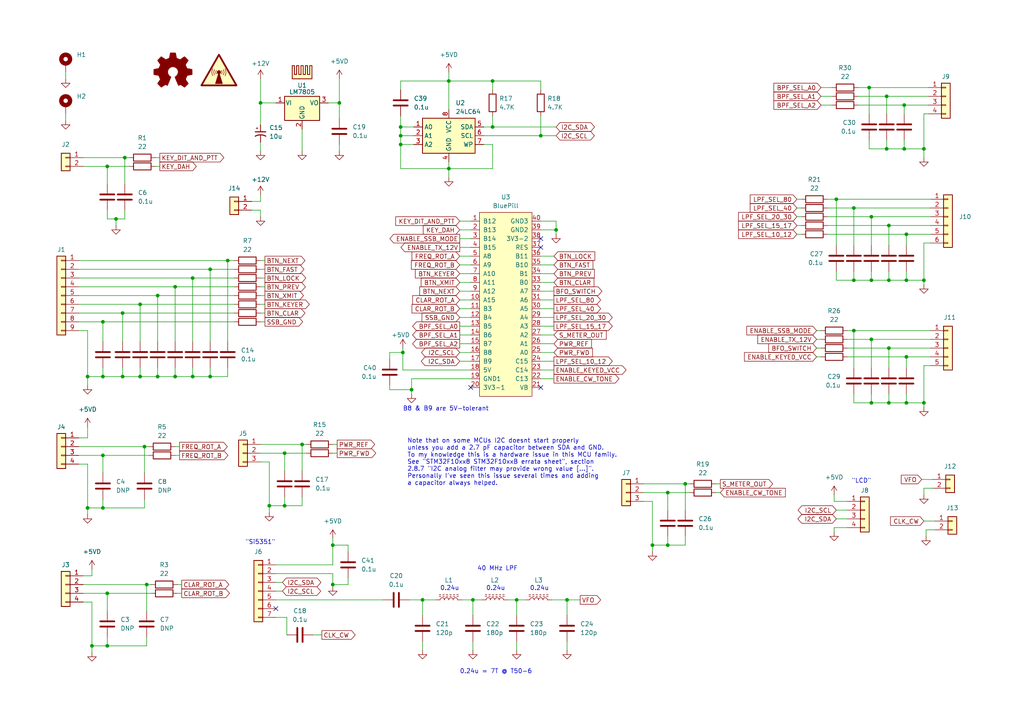
<source format=kicad_sch>
(kicad_sch (version 20230121) (generator eeschema)
  (paper "A4")
  (title_block (title "HBR/MK2 Digital Board") (date "2024-04-27") (rev "1.1"))
  (junction (at 60.96 78.105))
  (junction (at 40.64 109.22))
  (junction (at 137.16 173.99))
  (junction (at 257.81 81.28))
  (junction (at 82.55 146.685))
  (junction (at 262.255 30.48))
  (junction (at 87.63 128.905))
  (junction (at 55.88 80.645))
  (junction (at 267.97 81.28))
  (junction (at 156.845 39.37))
  (junction (at 29.845 109.22))
  (junction (at 116.205 41.91))
  (junction (at 161.29 66.675))
  (junction (at 189.23 158.115))
  (junction (at 35.56 109.22))
  (junction (at 142.875 36.83))
  (junction (at 130.175 23.495))
  (junction (at 247.65 60.325))
  (junction (at 40.64 88.265))
  (junction (at 96.52 158.115))
  (junction (at 252.73 62.865))
  (junction (at 116.84 102.235))
  (junction (at 98.425 29.845))
  (junction (at 198.755 140.335))
  (junction (at 247.65 95.885))
  (junction (at 50.8 83.185))
  (junction (at 25.4 147.32))
  (junction (at 142.875 23.495))
  (junction (at 247.65 81.28))
  (junction (at 267.97 43.18))
  (junction (at 31.115 187.325))
  (junction (at 29.845 93.345))
  (junction (at 50.8 109.22))
  (junction (at 119.38 113.03))
  (junction (at 41.91 129.54))
  (junction (at 29.845 147.32))
  (junction (at 252.73 81.28))
  (junction (at 116.205 36.83))
  (junction (at 82.55 131.445))
  (junction (at 36.195 45.72))
  (junction (at 257.175 43.18))
  (junction (at 45.72 85.725))
  (junction (at 242.57 57.785))
  (junction (at 60.96 109.22))
  (junction (at 26.67 187.325))
  (junction (at 262.89 67.945))
  (junction (at 262.89 81.28))
  (junction (at 252.095 25.4))
  (junction (at 33.655 63.5))
  (junction (at 262.89 103.505))
  (junction (at 78.105 146.685))
  (junction (at 31.115 48.26))
  (junction (at 262.255 43.18))
  (junction (at 130.175 48.895))
  (junction (at 116.205 39.37))
  (junction (at 31.115 172.085))
  (junction (at 193.675 142.875))
  (junction (at 29.845 132.08))
  (junction (at 257.81 116.84))
  (junction (at 267.97 116.84))
  (junction (at 122.555 173.99))
  (junction (at 75.565 29.845))
  (junction (at 164.465 173.99))
  (junction (at 193.675 158.115))
  (junction (at 262.89 116.84))
  (junction (at 257.175 27.94))
  (junction (at 42.545 169.545))
  (junction (at 25.4 109.22))
  (junction (at 96.52 169.545))
  (junction (at 252.73 98.425))
  (junction (at 252.73 116.84))
  (junction (at 149.86 173.99))
  (junction (at 55.88 109.22))
  (junction (at 66.04 75.565))
  (junction (at 257.81 65.405))
  (junction (at 35.56 90.805))
  (junction (at 257.81 100.965))
  (junction (at 45.72 109.22))
  (no_connect (at 156.845 71.755))
  (no_connect (at 156.845 69.215))
  (no_connect (at 136.525 112.395))
  (no_connect (at 80.01 176.53))
  (no_connect (at 156.845 112.395))
  (wire (pts (xy 29.845 106.68) (xy 29.845 109.22)))
  (wire (pts (xy 50.8 106.68) (xy 50.8 109.22)))
  (wire (pts (xy 186.69 140.335) (xy 198.755 140.335)))
  (wire (pts (xy 75.565 85.725) (xy 76.835 85.725)))
  (wire (pts (xy 207.645 140.335) (xy 208.915 140.335)))
  (wire (pts (xy 29.845 93.345) (xy 67.945 93.345)))
  (wire (pts (xy 247.65 78.74) (xy 247.65 81.28)))
  (wire (pts (xy 45.72 85.725) (xy 67.945 85.725)))
  (wire (pts (xy 19.05 20.955) (xy 19.05 22.86)))
  (wire (pts (xy 31.115 172.085) (xy 31.115 177.165)))
  (wire (pts (xy 51.435 169.545) (xy 52.705 169.545)))
  (wire (pts (xy 133.35 81.915) (xy 136.525 81.915)))
  (wire (pts (xy 198.755 140.335) (xy 198.755 147.955)))
  (wire (pts (xy 232.41 65.405) (xy 231.14 65.405)))
  (wire (pts (xy 238.125 25.4) (xy 241.3 25.4)))
  (wire (pts (xy 122.555 173.99) (xy 122.555 178.435)))
  (wire (pts (xy 198.755 155.575) (xy 198.755 158.115)))
  (wire (pts (xy 29.845 132.08) (xy 29.845 137.16)))
  (wire (pts (xy 156.845 104.775) (xy 160.655 104.775)))
  (wire (pts (xy 116.205 41.91) (xy 120.015 41.91)))
  (wire (pts (xy 142.875 23.495) (xy 156.845 23.495)))
  (wire (pts (xy 80.01 171.45) (xy 81.915 171.45)))
  (wire (pts (xy 133.35 84.455) (xy 136.525 84.455)))
  (wire (pts (xy 55.88 80.645) (xy 67.945 80.645)))
  (wire (pts (xy 257.81 100.965) (xy 245.745 100.965)))
  (wire (pts (xy 98.425 29.845) (xy 98.425 34.29)))
  (wire (pts (xy 78.105 146.685) (xy 82.55 146.685)))
  (wire (pts (xy 193.675 142.875) (xy 200.025 142.875)))
  (wire (pts (xy 130.175 23.495) (xy 130.175 31.75)))
  (wire (pts (xy 75.565 56.515) (xy 75.565 58.42)))
  (wire (pts (xy 130.175 48.895) (xy 130.175 51.435)))
  (wire (pts (xy 156.845 99.695) (xy 160.655 99.695)))
  (wire (pts (xy 137.16 173.99) (xy 139.7 173.99)))
  (wire (pts (xy 161.29 64.135) (xy 156.845 64.135)))
  (wire (pts (xy 156.845 102.235) (xy 160.655 102.235)))
  (wire (pts (xy 22.86 78.105) (xy 60.96 78.105)))
  (wire (pts (xy 22.86 90.805) (xy 35.56 90.805)))
  (wire (pts (xy 130.175 48.895) (xy 116.205 48.895)))
  (wire (pts (xy 252.73 78.74) (xy 252.73 81.28)))
  (wire (pts (xy 238.125 27.94) (xy 241.3 27.94)))
  (wire (pts (xy 25.4 127) (xy 25.4 123.825)))
  (wire (pts (xy 31.115 48.26) (xy 37.465 48.26)))
  (wire (pts (xy 252.73 62.865) (xy 252.73 71.12)))
  (wire (pts (xy 262.89 67.945) (xy 269.875 67.945)))
  (wire (pts (xy 262.89 116.84) (xy 257.81 116.84)))
  (wire (pts (xy 262.255 30.48) (xy 248.92 30.48)))
  (wire (pts (xy 40.64 109.22) (xy 45.72 109.22)))
  (wire (pts (xy 22.86 129.54) (xy 41.91 129.54)))
  (wire (pts (xy 257.175 40.64) (xy 257.175 43.18)))
  (wire (pts (xy 245.745 147.955) (xy 242.57 147.955)))
  (wire (pts (xy 75.565 88.265) (xy 76.835 88.265)))
  (wire (pts (xy 25.4 134.62) (xy 22.86 134.62)))
  (wire (pts (xy 156.845 109.855) (xy 160.655 109.855)))
  (wire (pts (xy 33.655 65.405) (xy 33.655 63.5)))
  (wire (pts (xy 87.63 144.145) (xy 87.63 146.685)))
  (wire (pts (xy 133.35 64.135) (xy 136.525 64.135)))
  (wire (pts (xy 262.255 30.48) (xy 269.24 30.48)))
  (wire (pts (xy 78.105 148.59) (xy 78.105 146.685)))
  (wire (pts (xy 22.86 127) (xy 25.4 127)))
  (wire (pts (xy 122.555 186.055) (xy 122.555 188.595)))
  (wire (pts (xy 22.86 132.08) (xy 29.845 132.08)))
  (wire (pts (xy 247.65 95.885) (xy 245.745 95.885)))
  (wire (pts (xy 50.8 83.185) (xy 50.8 99.06)))
  (wire (pts (xy 26.67 174.625) (xy 24.13 174.625)))
  (wire (pts (xy 262.89 81.28) (xy 267.97 81.28)))
  (wire (pts (xy 267.97 82.55) (xy 267.97 81.28)))
  (wire (pts (xy 42.545 184.785) (xy 42.545 187.325)))
  (wire (pts (xy 75.565 131.445) (xy 82.55 131.445)))
  (wire (pts (xy 25.4 95.885) (xy 25.4 109.22)))
  (wire (pts (xy 75.565 29.845) (xy 80.01 29.845)))
  (wire (pts (xy 119.38 109.855) (xy 136.525 109.855)))
  (wire (pts (xy 137.16 186.055) (xy 137.16 188.595)))
  (wire (pts (xy 156.845 81.915) (xy 160.655 81.915)))
  (wire (pts (xy 232.41 57.785) (xy 231.14 57.785)))
  (wire (pts (xy 66.04 109.22) (xy 66.04 106.68)))
  (wire (pts (xy 247.65 95.885) (xy 247.65 106.68)))
  (wire (pts (xy 267.97 45.72) (xy 267.97 43.18)))
  (wire (pts (xy 75.565 41.275) (xy 75.565 43.815)))
  (wire (pts (xy 186.69 142.875) (xy 193.675 142.875)))
  (wire (pts (xy 55.88 109.22) (xy 60.96 109.22)))
  (wire (pts (xy 82.55 146.685) (xy 87.63 146.685)))
  (wire (pts (xy 96.52 166.37) (xy 80.01 166.37)))
  (wire (pts (xy 262.89 67.945) (xy 240.03 67.945)))
  (wire (pts (xy 156.845 79.375) (xy 160.655 79.375)))
  (wire (pts (xy 55.88 80.645) (xy 55.88 99.06)))
  (wire (pts (xy 267.97 143.51) (xy 267.97 141.605)))
  (wire (pts (xy 133.35 76.835) (xy 136.525 76.835)))
  (wire (pts (xy 133.35 71.755) (xy 136.525 71.755)))
  (wire (pts (xy 25.4 147.32) (xy 25.4 134.62)))
  (wire (pts (xy 262.89 81.28) (xy 257.81 81.28)))
  (wire (pts (xy 36.195 60.96) (xy 36.195 63.5)))
  (wire (pts (xy 142.875 41.91) (xy 140.335 41.91)))
  (wire (pts (xy 24.13 172.085) (xy 31.115 172.085)))
  (wire (pts (xy 40.64 88.265) (xy 40.64 99.06)))
  (wire (pts (xy 36.195 45.72) (xy 36.195 53.34)))
  (wire (pts (xy 267.97 81.28) (xy 267.97 70.485)))
  (wire (pts (xy 116.84 102.235) (xy 116.84 107.315)))
  (wire (pts (xy 262.89 78.74) (xy 262.89 81.28)))
  (wire (pts (xy 116.84 100.965) (xy 116.84 102.235)))
  (wire (pts (xy 130.175 48.895) (xy 142.875 48.895)))
  (wire (pts (xy 262.89 67.945) (xy 262.89 71.12)))
  (wire (pts (xy 26.67 187.325) (xy 31.115 187.325)))
  (wire (pts (xy 267.97 116.84) (xy 267.97 106.045)))
  (wire (pts (xy 116.205 39.37) (xy 116.205 36.83)))
  (wire (pts (xy 41.91 129.54) (xy 43.18 129.54)))
  (wire (pts (xy 149.86 173.99) (xy 152.4 173.99)))
  (wire (pts (xy 42.545 169.545) (xy 42.545 177.165)))
  (wire (pts (xy 100.965 158.115) (xy 96.52 158.115)))
  (wire (pts (xy 149.86 173.99) (xy 149.86 178.435)))
  (wire (pts (xy 98.425 29.845) (xy 98.425 22.86)))
  (wire (pts (xy 19.05 33.02) (xy 19.05 34.925)))
  (wire (pts (xy 22.86 95.885) (xy 25.4 95.885)))
  (wire (pts (xy 80.01 168.91) (xy 81.915 168.91)))
  (wire (pts (xy 247.65 114.3) (xy 247.65 116.84)))
  (wire (pts (xy 75.565 80.645) (xy 76.835 80.645)))
  (wire (pts (xy 242.57 78.74) (xy 242.57 81.28)))
  (wire (pts (xy 116.205 41.91) (xy 116.205 39.37)))
  (wire (pts (xy 156.845 74.295) (xy 160.655 74.295)))
  (wire (pts (xy 66.04 75.565) (xy 66.04 99.06)))
  (wire (pts (xy 257.81 81.28) (xy 252.73 81.28)))
  (wire (pts (xy 133.35 69.215) (xy 136.525 69.215)))
  (wire (pts (xy 252.73 98.425) (xy 269.875 98.425)))
  (wire (pts (xy 122.555 173.99) (xy 126.365 173.99)))
  (wire (pts (xy 252.095 40.64) (xy 252.095 43.18)))
  (wire (pts (xy 252.73 116.84) (xy 247.65 116.84)))
  (wire (pts (xy 267.97 43.18) (xy 267.97 33.02)))
  (wire (pts (xy 245.745 150.495) (xy 242.57 150.495)))
  (wire (pts (xy 60.96 106.68) (xy 60.96 109.22)))
  (wire (pts (xy 133.35 74.295) (xy 136.525 74.295)))
  (wire (pts (xy 75.565 90.805) (xy 76.835 90.805)))
  (wire (pts (xy 41.91 129.54) (xy 41.91 137.16)))
  (wire (pts (xy 22.86 88.265) (xy 40.64 88.265)))
  (wire (pts (xy 140.335 39.37) (xy 156.845 39.37)))
  (wire (pts (xy 29.845 93.345) (xy 29.845 99.06)))
  (wire (pts (xy 133.35 104.775) (xy 136.525 104.775)))
  (wire (pts (xy 66.04 75.565) (xy 67.945 75.565)))
  (wire (pts (xy 35.56 90.805) (xy 35.56 99.06)))
  (wire (pts (xy 156.845 39.37) (xy 161.29 39.37)))
  (wire (pts (xy 75.565 22.86) (xy 75.565 29.845)))
  (wire (pts (xy 242.57 57.785) (xy 240.03 57.785)))
  (wire (pts (xy 232.41 67.945) (xy 231.14 67.945)))
  (wire (pts (xy 133.35 102.235) (xy 136.525 102.235)))
  (wire (pts (xy 73.025 58.42) (xy 75.565 58.42)))
  (wire (pts (xy 189.23 158.115) (xy 193.675 158.115)))
  (wire (pts (xy 140.335 36.83) (xy 142.875 36.83)))
  (wire (pts (xy 257.81 114.3) (xy 257.81 116.84)))
  (wire (pts (xy 257.175 43.18) (xy 262.255 43.18)))
  (wire (pts (xy 156.845 33.655) (xy 156.845 39.37)))
  (wire (pts (xy 42.545 169.545) (xy 43.815 169.545)))
  (wire (pts (xy 156.845 97.155) (xy 160.655 97.155)))
  (wire (pts (xy 50.8 83.185) (xy 67.945 83.185)))
  (wire (pts (xy 78.105 146.685) (xy 78.105 133.985)))
  (wire (pts (xy 113.03 111.76) (xy 113.03 113.03)))
  (wire (pts (xy 45.72 106.68) (xy 45.72 109.22)))
  (wire (pts (xy 241.935 145.415) (xy 241.935 143.51)))
  (wire (pts (xy 247.65 60.325) (xy 269.875 60.325)))
  (wire (pts (xy 90.805 184.15) (xy 93.345 184.15)))
  (wire (pts (xy 156.845 66.675) (xy 161.29 66.675)))
  (wire (pts (xy 252.095 25.4) (xy 248.92 25.4)))
  (wire (pts (xy 270.51 139.065) (xy 267.335 139.065)))
  (wire (pts (xy 189.23 160.02) (xy 189.23 158.115)))
  (wire (pts (xy 113.03 104.14) (xy 113.03 102.235)))
  (wire (pts (xy 156.845 23.495) (xy 156.845 26.035)))
  (wire (pts (xy 130.175 20.955) (xy 130.175 23.495)))
  (wire (pts (xy 262.89 103.505) (xy 269.875 103.505)))
  (wire (pts (xy 60.96 78.105) (xy 67.945 78.105)))
  (wire (pts (xy 133.35 94.615) (xy 136.525 94.615)))
  (wire (pts (xy 40.64 106.68) (xy 40.64 109.22)))
  (wire (pts (xy 257.81 100.965) (xy 257.81 106.68)))
  (wire (pts (xy 257.81 116.84) (xy 252.73 116.84)))
  (wire (pts (xy 51.435 172.085) (xy 52.705 172.085)))
  (wire (pts (xy 133.35 97.155) (xy 136.525 97.155)))
  (wire (pts (xy 241.935 154.305) (xy 241.935 153.035)))
  (wire (pts (xy 267.97 70.485) (xy 269.875 70.485)))
  (wire (pts (xy 133.35 92.075) (xy 136.525 92.075)))
  (wire (pts (xy 242.57 57.785) (xy 269.875 57.785)))
  (wire (pts (xy 75.565 78.105) (xy 76.835 78.105)))
  (wire (pts (xy 100.965 160.02) (xy 100.965 158.115)))
  (wire (pts (xy 262.255 40.64) (xy 262.255 43.18)))
  (wire (pts (xy 248.92 27.94) (xy 257.175 27.94)))
  (wire (pts (xy 267.97 118.11) (xy 267.97 116.84)))
  (wire (pts (xy 78.105 133.985) (xy 75.565 133.985)))
  (wire (pts (xy 193.675 142.875) (xy 193.675 147.955)))
  (wire (pts (xy 245.745 145.415) (xy 241.935 145.415)))
  (wire (pts (xy 96.52 158.115) (xy 96.52 156.21)))
  (wire (pts (xy 45.085 48.26) (xy 46.355 48.26)))
  (wire (pts (xy 242.57 57.785) (xy 242.57 71.12)))
  (wire (pts (xy 271.145 151.13) (xy 267.97 151.13)))
  (wire (pts (xy 257.175 43.18) (xy 252.095 43.18)))
  (wire (pts (xy 25.4 147.32) (xy 29.845 147.32)))
  (wire (pts (xy 29.845 132.08) (xy 43.18 132.08)))
  (wire (pts (xy 82.55 131.445) (xy 82.55 136.525)))
  (wire (pts (xy 257.81 65.405) (xy 257.81 71.12)))
  (wire (pts (xy 133.35 89.535) (xy 136.525 89.535)))
  (wire (pts (xy 164.465 186.055) (xy 164.465 188.595)))
  (wire (pts (xy 262.255 30.48) (xy 262.255 33.02)))
  (wire (pts (xy 262.89 114.3) (xy 262.89 116.84)))
  (wire (pts (xy 252.73 62.865) (xy 269.875 62.865)))
  (wire (pts (xy 257.81 65.405) (xy 269.875 65.405)))
  (wire (pts (xy 142.875 26.035) (xy 142.875 23.495)))
  (wire (pts (xy 156.845 86.995) (xy 160.655 86.995)))
  (wire (pts (xy 22.86 80.645) (xy 55.88 80.645)))
  (wire (pts (xy 96.52 163.83) (xy 96.52 158.115)))
  (wire (pts (xy 156.845 107.315) (xy 160.655 107.315)))
  (wire (pts (xy 161.29 66.675) (xy 161.29 64.135)))
  (wire (pts (xy 31.115 48.26) (xy 31.115 53.34)))
  (wire (pts (xy 268.605 155.575) (xy 268.605 153.67)))
  (wire (pts (xy 119.38 113.03) (xy 119.38 114.3)))
  (wire (pts (xy 267.97 33.02) (xy 269.24 33.02)))
  (wire (pts (xy 133.35 66.675) (xy 136.525 66.675)))
  (wire (pts (xy 116.205 39.37) (xy 120.015 39.37)))
  (wire (pts (xy 164.465 173.99) (xy 168.275 173.99)))
  (wire (pts (xy 25.4 109.22) (xy 29.845 109.22)))
  (wire (pts (xy 238.125 30.48) (xy 241.3 30.48)))
  (wire (pts (xy 75.565 29.845) (xy 75.565 36.195)))
  (wire (pts (xy 22.86 83.185) (xy 50.8 83.185)))
  (wire (pts (xy 24.13 169.545) (xy 42.545 169.545)))
  (wire (pts (xy 22.86 75.565) (xy 66.04 75.565)))
  (wire (pts (xy 238.125 98.425) (xy 236.855 98.425)))
  (wire (pts (xy 75.565 93.345) (xy 76.835 93.345)))
  (wire (pts (xy 96.52 128.905) (xy 97.79 128.905)))
  (wire (pts (xy 130.175 46.99) (xy 130.175 48.895)))
  (wire (pts (xy 95.25 29.845) (xy 98.425 29.845)))
  (wire (pts (xy 31.115 184.785) (xy 31.115 187.325)))
  (wire (pts (xy 83.185 179.07) (xy 83.185 184.15)))
  (wire (pts (xy 147.32 173.99) (xy 149.86 173.99)))
  (wire (pts (xy 262.89 103.505) (xy 245.745 103.505)))
  (wire (pts (xy 116.205 36.83) (xy 120.015 36.83)))
  (wire (pts (xy 241.935 153.035) (xy 245.745 153.035)))
  (wire (pts (xy 232.41 62.865) (xy 231.14 62.865)))
  (wire (pts (xy 24.13 167.005) (xy 26.67 167.005)))
  (wire (pts (xy 156.845 89.535) (xy 160.655 89.535)))
  (wire (pts (xy 35.56 90.805) (xy 67.945 90.805)))
  (wire (pts (xy 133.35 99.695) (xy 136.525 99.695)))
  (wire (pts (xy 87.63 37.465) (xy 87.63 43.815)))
  (wire (pts (xy 75.565 83.185) (xy 76.835 83.185)))
  (wire (pts (xy 262.255 43.18) (xy 267.97 43.18)))
  (wire (pts (xy 29.845 144.78) (xy 29.845 147.32)))
  (wire (pts (xy 252.73 98.425) (xy 245.745 98.425)))
  (wire (pts (xy 33.655 63.5) (xy 31.115 63.5)))
  (wire (pts (xy 238.125 100.965) (xy 236.855 100.965)))
  (wire (pts (xy 113.03 113.03) (xy 119.38 113.03)))
  (wire (pts (xy 247.65 95.885) (xy 269.875 95.885)))
  (wire (pts (xy 75.565 128.905) (xy 87.63 128.905)))
  (wire (pts (xy 36.195 45.72) (xy 37.465 45.72)))
  (wire (pts (xy 267.97 106.045) (xy 269.875 106.045)))
  (wire (pts (xy 116.205 33.655) (xy 116.205 36.83)))
  (wire (pts (xy 247.65 60.325) (xy 247.65 71.12)))
  (wire (pts (xy 116.205 48.895) (xy 116.205 41.91)))
  (wire (pts (xy 160.02 173.99) (xy 164.465 173.99)))
  (wire (pts (xy 207.645 142.875) (xy 208.915 142.875)))
  (wire (pts (xy 26.67 187.325) (xy 26.67 174.625)))
  (wire (pts (xy 137.16 173.99) (xy 137.16 178.435)))
  (wire (pts (xy 96.52 169.545) (xy 100.965 169.545)))
  (wire (pts (xy 252.73 114.3) (xy 252.73 116.84)))
  (wire (pts (xy 198.755 140.335) (xy 200.025 140.335)))
  (wire (pts (xy 35.56 109.22) (xy 40.64 109.22)))
  (wire (pts (xy 80.01 173.99) (xy 111.125 173.99)))
  (wire (pts (xy 193.675 158.115) (xy 198.755 158.115)))
  (wire (pts (xy 31.115 187.325) (xy 42.545 187.325)))
  (wire (pts (xy 45.085 45.72) (xy 46.355 45.72)))
  (wire (pts (xy 189.23 145.415) (xy 186.69 145.415)))
  (wire (pts (xy 238.125 103.505) (xy 236.855 103.505)))
  (wire (pts (xy 133.985 173.99) (xy 137.16 173.99)))
  (wire (pts (xy 252.095 25.4) (xy 252.095 33.02)))
  (wire (pts (xy 80.01 179.07) (xy 83.185 179.07)))
  (wire (pts (xy 24.13 48.26) (xy 31.115 48.26)))
  (wire (pts (xy 33.655 63.5) (xy 36.195 63.5)))
  (wire (pts (xy 113.03 102.235) (xy 116.84 102.235)))
  (wire (pts (xy 118.745 173.99) (xy 122.555 173.99)))
  (wire (pts (xy 35.56 106.68) (xy 35.56 109.22)))
  (wire (pts (xy 60.96 109.22) (xy 66.04 109.22)))
  (wire (pts (xy 96.52 131.445) (xy 97.79 131.445)))
  (wire (pts (xy 119.38 109.855) (xy 119.38 113.03)))
  (wire (pts (xy 55.88 106.68) (xy 55.88 109.22)))
  (wire (pts (xy 60.96 78.105) (xy 60.96 99.06)))
  (wire (pts (xy 238.125 95.885) (xy 236.855 95.885)))
  (wire (pts (xy 156.845 94.615) (xy 160.655 94.615)))
  (wire (pts (xy 116.205 23.495) (xy 130.175 23.495)))
  (wire (pts (xy 193.675 155.575) (xy 193.675 158.115)))
  (wire (pts (xy 50.8 109.22) (xy 55.88 109.22)))
  (wire (pts (xy 87.63 128.905) (xy 88.9 128.905)))
  (wire (pts (xy 116.205 26.035) (xy 116.205 23.495)))
  (wire (pts (xy 75.565 75.565) (xy 76.835 75.565)))
  (wire (pts (xy 164.465 173.99) (xy 164.465 178.435)))
  (wire (pts (xy 80.01 163.83) (xy 96.52 163.83)))
  (wire (pts (xy 247.65 60.325) (xy 240.03 60.325)))
  (wire (pts (xy 156.845 76.835) (xy 160.655 76.835)))
  (wire (pts (xy 116.84 107.315) (xy 136.525 107.315)))
  (wire (pts (xy 29.845 109.22) (xy 35.56 109.22)))
  (wire (pts (xy 22.86 93.345) (xy 29.845 93.345)))
  (wire (pts (xy 257.81 78.74) (xy 257.81 81.28)))
  (wire (pts (xy 262.89 103.505) (xy 262.89 106.68)))
  (wire (pts (xy 22.86 85.725) (xy 45.72 85.725)))
  (wire (pts (xy 26.67 189.23) (xy 26.67 187.325)))
  (wire (pts (xy 87.63 128.905) (xy 87.63 136.525)))
  (wire (pts (xy 41.91 144.78) (xy 41.91 147.32)))
  (wire (pts (xy 189.23 158.115) (xy 189.23 145.415)))
  (wire (pts (xy 268.605 153.67) (xy 271.145 153.67)))
  (wire (pts (xy 31.115 60.96) (xy 31.115 63.5)))
  (wire (pts (xy 133.35 79.375) (xy 136.525 79.375)))
  (wire (pts (xy 25.4 149.225) (xy 25.4 147.32)))
  (wire (pts (xy 252.73 81.28) (xy 247.65 81.28)))
  (wire (pts (xy 267.97 141.605) (xy 270.51 141.605)))
  (wire (pts (xy 161.29 67.945) (xy 161.29 66.675)))
  (wire (pts (xy 100.965 169.545) (xy 100.965 167.64)))
  (wire (pts (xy 98.425 41.91) (xy 98.425 43.815)))
  (wire (pts (xy 45.72 109.22) (xy 50.8 109.22)))
  (wire (pts (xy 156.845 92.075) (xy 160.655 92.075)))
  (wire (pts (xy 31.115 172.085) (xy 43.815 172.085)))
  (wire (pts (xy 96.52 170.18) (xy 96.52 169.545)))
  (wire (pts (xy 26.67 167.005) (xy 26.67 165.1)))
  (wire (pts (xy 252.73 98.425) (xy 252.73 106.68)))
  (wire (pts (xy 252.73 62.865) (xy 240.03 62.865)))
  (wire (pts (xy 257.175 27.94) (xy 257.175 33.02)))
  (wire (pts (xy 257.81 65.405) (xy 240.03 65.405)))
  (wire (pts (xy 257.81 100.965) (xy 269.875 100.965)))
  (wire (pts (xy 50.8 132.08) (xy 52.07 132.08)))
  (wire (pts (xy 142.875 33.655) (xy 142.875 36.83)))
  (wire (pts (xy 156.845 84.455) (xy 160.655 84.455)))
  (wire (pts (xy 149.86 186.055) (xy 149.86 188.595)))
  (wire (pts (xy 50.8 129.54) (xy 52.07 129.54)))
  (wire (pts (xy 96.52 169.545) (xy 96.52 166.37)))
  (wire (pts (xy 247.65 81.28) (xy 242.57 81.28)))
  (wire (pts (xy 262.89 116.84) (xy 267.97 116.84)))
  (wire (pts (xy 257.175 27.94) (xy 269.24 27.94)))
  (wire (pts (xy 24.13 45.72) (xy 36.195 45.72)))
  (wire (pts (xy 142.875 36.83) (xy 161.29 36.83)))
  (wire (pts (xy 142.875 48.895) (xy 142.875 41.91)))
  (wire (pts (xy 142.875 23.495) (xy 130.175 23.495)))
  (wire (pts (xy 82.55 131.445) (xy 88.9 131.445)))
  (wire (pts (xy 45.72 85.725) (xy 45.72 99.06)))
  (wire (pts (xy 82.55 144.145) (xy 82.55 146.685)))
  (wire (pts (xy 133.35 86.995) (xy 136.525 86.995)))
  (wire (pts (xy 75.565 60.96) (xy 73.025 60.96)))
  (wire (pts (xy 75.565 62.865) (xy 75.565 60.96)))
  (wire (pts (xy 29.845 147.32) (xy 41.91 147.32)))
  (wire (pts (xy 232.41 60.325) (xy 231.14 60.325)))
  (wire (pts (xy 25.4 109.22) (xy 25.4 111.76)))
  (wire (pts (xy 40.64 88.265) (xy 67.945 88.265)))
  (wire (pts (xy 252.095 25.4) (xy 269.24 25.4)))
  (text "0.24u = 7T @ T50-6" (at 133.35 195.58 0) (effects (font (size 1.27 1.27)) (justify left bottom)))
  (text "0.24u" (at 140.97 171.45 0) (effects (font (size 1.27 1.27)) (justify left bottom)))
  (text "40 MHz LPF" (at 138.43 165.735 0) (effects (font (size 1.27 1.27)) (justify left bottom)))
  (text "\"Si5351\"" (at 71.12 158.115 0) (effects (font (size 1.27 1.27)) (justify left bottom)))
  (text "0.24u" (at 153.67 171.45 0) (effects (font (size 1.27 1.27)) (justify left bottom)))
  (text "\"LCD\"" (at 252.73 140.335 0) (effects (font (size 1.27 1.27)) (justify right bottom)))
  (text "B8 & B9 are 5V-tolerant" (at 116.84 119.38 0) (effects (font (size 1.27 1.27)) (justify left bottom)))
  (text "Note that on some MCUs I2C doesnt start properly\nunless you add a 2.7 pF capacitor between SDA and GND.\nTo my knowledge this is a hardware issue in this MCU family.\nSee \"STM32F10xx8 STM32F10xxB errata sheet\", section\n2.8.7 \"I2C analog filter may provide wrong value [...]\".\nPersonally I've seen this issue several times and adding\na capacitor always helped." (at 118.11 140.97 0) (effects (font (size 1.27 1.27)) (justify left bottom)))
  (text "0.24u" (at 127.635 171.45 0) (effects (font (size 1.27 1.27)) (justify left bottom)))
  (global_label "CLAR_ROT_B" (shape output) (at 52.705 172.085 0) (property "Intersheetrefs" "${INTERSHEET_REFS}" (effects hide)))
  (global_label "I2C_SCL" (shape bidirectional) (at 133.35 102.235 180) (property "Intersheetrefs" "${INTERSHEET_REFS}" (effects hide)))
  (global_label "LPF_SEL_80" (shape input) (at 231.14 57.785 180) (property "Intersheetrefs" "${INTERSHEET_REFS}" (effects hide)))
  (global_label "CLK_CW" (shape input) (at 267.97 151.13 180) (property "Intersheetrefs" "${INTERSHEET_REFS}" (effects hide)))
  (global_label "LPF_SEL_10_12" (shape input) (at 231.14 67.945 180) (property "Intersheetrefs" "${INTERSHEET_REFS}" (effects hide)))
  (global_label "BTN_FAST" (shape input) (at 160.655 76.835 0) (property "Intersheetrefs" "${INTERSHEET_REFS}" (effects hide)))
  (global_label "I2C_SCL" (shape bidirectional) (at 161.29 39.37 0) (property "Intersheetrefs" "${INTERSHEET_REFS}" (effects hide)))
  (global_label "CLAR_ROT_A" (shape input) (at 133.35 86.995 180) (property "Intersheetrefs" "${INTERSHEET_REFS}" (effects hide)))
  (global_label "BPF_SEL_A0" (shape input) (at 238.125 25.4 180) (property "Intersheetrefs" "${INTERSHEET_REFS}" (effects hide)))
  (global_label "BPF_SEL_A2" (shape input) (at 238.125 30.48 180) (property "Intersheetrefs" "${INTERSHEET_REFS}" (effects hide)))
  (global_label "BTN_XMIT" (shape input) (at 133.35 81.915 180) (property "Intersheetrefs" "${INTERSHEET_REFS}" (effects hide)))
  (global_label "KEY_DAH" (shape output) (at 46.355 48.26 0) (property "Intersheetrefs" "${INTERSHEET_REFS}" (effects hide)))
  (global_label "ENABLE_CW_TONE" (shape input) (at 208.915 142.875 0) (property "Intersheetrefs" "${INTERSHEET_REFS}" (effects hide)))
  (global_label "S_METER_OUT" (shape output) (at 208.915 140.335 0) (property "Intersheetrefs" "${INTERSHEET_REFS}" (effects hide)))
  (global_label "LPF_SEL_80" (shape output) (at 160.655 86.995 0) (property "Intersheetrefs" "${INTERSHEET_REFS}" (effects hide)))
  (global_label "PWR_FWD" (shape input) (at 160.655 102.235 0) (property "Intersheetrefs" "${INTERSHEET_REFS}" (effects hide)))
  (global_label "BTN_NEXT" (shape input) (at 133.35 84.455 180) (property "Intersheetrefs" "${INTERSHEET_REFS}" (effects hide)))
  (global_label "ENABLE_SSB_MODE" (shape input) (at 236.855 95.885 180) (property "Intersheetrefs" "${INTERSHEET_REFS}" (effects hide)))
  (global_label "LPF_SEL_20_30" (shape output) (at 160.655 92.075 0) (property "Intersheetrefs" "${INTERSHEET_REFS}" (effects hide)))
  (global_label "ENABLE_TX_12V" (shape input) (at 236.855 98.425 180) (property "Intersheetrefs" "${INTERSHEET_REFS}" (effects hide)))
  (global_label "FREQ_ROT_A" (shape input) (at 133.35 74.295 180) (property "Intersheetrefs" "${INTERSHEET_REFS}" (effects hide)))
  (global_label "BPF_SEL_A2" (shape output) (at 133.35 99.695 180) (property "Intersheetrefs" "${INTERSHEET_REFS}" (effects hide)))
  (global_label "LPF_SEL_10_12" (shape output) (at 160.655 104.775 0) (property "Intersheetrefs" "${INTERSHEET_REFS}" (effects hide)))
  (global_label "PWR_REF" (shape output) (at 97.79 128.905 0) (property "Intersheetrefs" "${INTERSHEET_REFS}" (effects hide)))
  (global_label "BPF_SEL_A0" (shape output) (at 133.35 94.615 180) (property "Intersheetrefs" "${INTERSHEET_REFS}" (effects hide)))
  (global_label "I2C_SDA" (shape bidirectional) (at 242.57 150.495 180) (property "Intersheetrefs" "${INTERSHEET_REFS}" (effects hide)))
  (global_label "BFO_SWITCH" (shape input) (at 236.855 100.965 180) (property "Intersheetrefs" "${INTERSHEET_REFS}" (effects hide)))
  (global_label "ENABLE_KEYED_VCC" (shape output) (at 160.655 107.315 0) (property "Intersheetrefs" "${INTERSHEET_REFS}" (effects hide)))
  (global_label "BFO_SWITCH" (shape output) (at 160.655 84.455 0) (property "Intersheetrefs" "${INTERSHEET_REFS}" (effects hide)))
  (global_label "BTN_CLAR" (shape output) (at 76.835 90.805 0) (property "Intersheetrefs" "${INTERSHEET_REFS}" (effects hide)))
  (global_label "BPF_SEL_A1" (shape input) (at 238.125 27.94 180) (property "Intersheetrefs" "${INTERSHEET_REFS}" (effects hide)))
  (global_label "ENABLE_TX_12V" (shape output) (at 133.35 71.755 180) (property "Intersheetrefs" "${INTERSHEET_REFS}" (effects hide)))
  (global_label "ENABLE_SSB_MODE" (shape output) (at 133.35 69.215 180) (property "Intersheetrefs" "${INTERSHEET_REFS}" (effects hide)))
  (global_label "I2C_SDA" (shape bidirectional) (at 81.915 168.91 0) (property "Intersheetrefs" "${INTERSHEET_REFS}" (effects hide)))
  (global_label "I2C_SCL" (shape bidirectional) (at 81.915 171.45 0) (property "Intersheetrefs" "${INTERSHEET_REFS}" (effects hide)))
  (global_label "S_METER_OUT" (shape input) (at 160.655 97.155 0) (property "Intersheetrefs" "${INTERSHEET_REFS}" (effects hide)))
  (global_label "BTN_LOCK" (shape input) (at 160.655 74.295 0) (property "Intersheetrefs" "${INTERSHEET_REFS}" (effects hide)))
  (global_label "BTN_PREV" (shape output) (at 76.835 83.185 0) (property "Intersheetrefs" "${INTERSHEET_REFS}" (effects hide)))
  (global_label "I2C_SDA" (shape bidirectional) (at 133.35 104.775 180) (property "Intersheetrefs" "${INTERSHEET_REFS}" (effects hide)))
  (global_label "FREQ_ROT_B" (shape input) (at 133.35 76.835 180) (property "Intersheetrefs" "${INTERSHEET_REFS}" (effects hide)))
  (global_label "BTN_PREV" (shape input) (at 160.655 79.375 0) (property "Intersheetrefs" "${INTERSHEET_REFS}" (effects hide)))
  (global_label "BTN_KEYER" (shape output) (at 76.835 88.265 0) (property "Intersheetrefs" "${INTERSHEET_REFS}" (effects hide)))
  (global_label "KEY_DIT_AND_PTT" (shape input) (at 133.35 64.135 180) (property "Intersheetrefs" "${INTERSHEET_REFS}" (effects hide)))
  (global_label "SSB_GND" (shape input) (at 133.35 92.075 180) (property "Intersheetrefs" "${INTERSHEET_REFS}" (effects hide)))
  (global_label "BTN_LOCK" (shape output) (at 76.835 80.645 0) (property "Intersheetrefs" "${INTERSHEET_REFS}" (effects hide)))
  (global_label "LPF_SEL_40" (shape output) (at 160.655 89.535 0) (property "Intersheetrefs" "${INTERSHEET_REFS}" (effects hide)))
  (global_label "VFO" (shape output) (at 168.275 173.99 0) (property "Intersheetrefs" "${INTERSHEET_REFS}" (effects hide)))
  (global_label "CLAR_ROT_B" (shape input) (at 133.35 89.535 180) (property "Intersheetrefs" "${INTERSHEET_REFS}" (effects hide)))
  (global_label "BTN_CLAR" (shape input) (at 160.655 81.915 0) (property "Intersheetrefs" "${INTERSHEET_REFS}" (effects hide)))
  (global_label "CLAR_ROT_A" (shape output) (at 52.705 169.545 0) (property "Intersheetrefs" "${INTERSHEET_REFS}" (effects hide)))
  (global_label "SSB_GND" (shape output) (at 76.835 93.345 0) (property "Intersheetrefs" "${INTERSHEET_REFS}" (effects hide)))
  (global_label "BTN_NEXT" (shape output) (at 76.835 75.565 0) (property "Intersheetrefs" "${INTERSHEET_REFS}" (effects hide)))
  (global_label "KEY_DIT_AND_PTT" (shape output) (at 46.355 45.72 0) (property "Intersheetrefs" "${INTERSHEET_REFS}" (effects hide)))
  (global_label "BTN_XMIT" (shape output) (at 76.835 85.725 0) (property "Intersheetrefs" "${INTERSHEET_REFS}" (effects hide)))
  (global_label "LPF_SEL_20_30" (shape input) (at 231.14 62.865 180) (property "Intersheetrefs" "${INTERSHEET_REFS}" (effects hide)))
  (global_label "VFO" (shape input) (at 267.335 139.065 180) (property "Intersheetrefs" "${INTERSHEET_REFS}" (effects hide)))
  (global_label "KEY_DAH" (shape input) (at 133.35 66.675 180) (property "Intersheetrefs" "${INTERSHEET_REFS}" (effects hide)))
  (global_label "PWR_FWD" (shape output) (at 97.79 131.445 0) (property "Intersheetrefs" "${INTERSHEET_REFS}" (effects hide)))
  (global_label "PWR_REF" (shape input) (at 160.655 99.695 0) (property "Intersheetrefs" "${INTERSHEET_REFS}" (effects hide)))
  (global_label "ENABLE_KEYED_VCC" (shape input) (at 236.855 103.505 180) (property "Intersheetrefs" "${INTERSHEET_REFS}" (effects hide)))
  (global_label "LPF_SEL_15_17" (shape input) (at 231.14 65.405 180) (property "Intersheetrefs" "${INTERSHEET_REFS}" (effects hide)))
  (global_label "CLK_CW" (shape output) (at 93.345 184.15 0) (property "Intersheetrefs" "${INTERSHEET_REFS}" (effects hide)))
  (global_label "I2C_SCL" (shape bidirectional) (at 242.57 147.955 180) (property "Intersheetrefs" "${INTERSHEET_REFS}" (effects hide)))
  (global_label "LPF_SEL_15_17" (shape output) (at 160.655 94.615 0) (property "Intersheetrefs" "${INTERSHEET_REFS}" (effects hide)))
  (global_label "BTN_FAST" (shape output) (at 76.835 78.105 0) (property "Intersheetrefs" "${INTERSHEET_REFS}" (effects hide)))
  (global_label "I2C_SDA" (shape bidirectional) (at 161.29 36.83 0) (property "Intersheetrefs" "${INTERSHEET_REFS}" (effects hide)))
  (global_label "BTN_KEYER" (shape input) (at 133.35 79.375 180) (property "Intersheetrefs" "${INTERSHEET_REFS}" (effects hide)))
  (global_label "ENABLE_CW_TONE" (shape output) (at 160.655 109.855 0) (property "Intersheetrefs" "${INTERSHEET_REFS}" (effects hide)))
  (global_label "LPF_SEL_40" (shape input) (at 231.14 60.325 180) (property "Intersheetrefs" "${INTERSHEET_REFS}" (effects hide)))
  (global_label "BPF_SEL_A1" (shape output) (at 133.35 97.155 180) (property "Intersheetrefs" "${INTERSHEET_REFS}" (effects hide)))
  (global_label "FREQ_ROT_B" (shape output) (at 52.07 132.08 0) (property "Intersheetrefs" "${INTERSHEET_REFS}" (effects hide)))
  (global_label "FREQ_ROT_A" (shape output) (at 52.07 129.54 0) (property "Intersheetrefs" "${INTERSHEET_REFS}" (effects hide)))
  (symbol (lib_id "power:+5VD") (at 98.425 22.86 0) (unit 1)
    (property "Reference" "#PWR015" (effects hide))
    (property "Value" "+5VD" (at 98.425 17.78 0))
  )
  (symbol (lib_id "Device:R") (at 41.275 48.26 90) (unit 1)
    (property "Reference" "R2" (effects hide))
    (property "Value" "22" (effects hide))
    (property "Footprint" "Resistor_SMD:R_0805_2012Metric_Pad1.20x1.40mm_HandSolder" (effects hide))
  )
  (symbol (lib_id "power:GND") (at 164.465 188.595 0) (unit 1)
    (property "Reference" "#PWR026" (effects hide))
    (property "Value" "GND" (effects hide))
  )
  (symbol (lib_id "Device:C") (at 252.73 74.93 0) (mirror y) (unit 1)
    (property "Reference" "C31" (effects hide))
    (property "Value" "0.1u" (effects hide))
    (property "Footprint" "Capacitor_SMD:C_0805_2012Metric_Pad1.18x1.45mm_HandSolder" (effects hide))
  )
  (symbol (lib_id "power:GND") (at 98.425 43.815 0) (unit 1)
    (property "Reference" "#PWR016" (effects hide))
    (property "Value" "GND" (effects hide))
  )
  (symbol (lib_id "power:+5VD") (at 116.84 100.965 0) (unit 1)
    (property "Reference" "#PWR020" (effects hide))
    (property "Value" "+5VD" (at 116.205 97.155 0))
  )
  (symbol (lib_id "Device:R") (at 46.99 132.08 90) (unit 1)
    (property "Reference" "R6" (effects hide))
    (property "Value" "22" (effects hide))
    (property "Footprint" "Resistor_SMD:R_0805_2012Metric_Pad1.20x1.40mm_HandSolder" (effects hide))
  )
  (symbol (lib_id "Device:R") (at 71.755 85.725 90) (unit 1)
    (property "Reference" "R11" (effects hide))
    (property "Value" "22" (effects hide))
    (property "Footprint" "Resistor_SMD:R_0805_2012Metric_Pad1.20x1.40mm_HandSolder" (effects hide))
  )
  (symbol (lib_id "Connector_Generic:Conn_01x09") (at 17.78 85.725 0) (mirror y) (unit 1) (in_bom no)
    (property "Reference" "J1" (at 17.78 72.39 0))
    (property "Value" "Conn_01x09" (effects hide))
    (property "Footprint" "Connector_PinHeader_2.54mm:PinHeader_1x09_P2.54mm_Vertical" (effects hide))
  )
  (symbol (lib_id "Device:C") (at 31.115 180.975 0) (unit 1) (in_bom no)
    (property "Reference" "C3" (at 34.925 179.705 0) (effects (justify left)))
    (property "Value" "DNP" (at 34.925 182.245 0) (effects (justify left)))
    (property "Footprint" "Capacitor_SMD:C_0805_2012Metric_Pad1.18x1.45mm_HandSolder" (effects hide))
  )
  (symbol (lib_id "power:GND") (at 267.97 45.72 0) (unit 1)
    (property "Reference" "#PWR031" (effects hide))
    (property "Value" "GND" (effects hide))
  )
  (symbol (lib_id "Device:R") (at 236.22 65.405 270) (mirror x) (unit 1)
    (property "Reference" "R24" (effects hide))
    (property "Value" "22" (effects hide))
    (property "Footprint" "Resistor_SMD:R_0805_2012Metric_Pad1.20x1.40mm_HandSolder" (effects hide))
  )
  (symbol (lib_id "power:GND") (at 119.38 114.3 0) (unit 1)
    (property "Reference" "#PWR021" (effects hide))
    (property "Value" "GND" (effects hide))
  )
  (symbol (lib_id "Device:C") (at 149.86 182.245 0) (unit 1)
    (property "Reference" "C23" (at 153.67 180.975 0) (effects (justify left)))
    (property "Value" "180p" (at 153.67 183.515 0) (effects (justify left)))
    (property "Footprint" "Capacitor_SMD:C_0805_2012Metric_Pad1.18x1.45mm_HandSolder" (effects hide))
  )
  (symbol (lib_id "Device:C") (at 36.195 57.15 0) (unit 1)
    (property "Reference" "C6" (at 40.005 55.88 0) (effects (justify left)))
    (property "Value" "0.1u" (at 40.005 58.42 0) (effects (justify left)))
    (property "Footprint" "Capacitor_SMD:C_0805_2012Metric_Pad1.18x1.45mm_HandSolder" (effects hide))
  )
  (symbol (lib_id "Device:R") (at 71.755 83.185 90) (unit 1)
    (property "Reference" "R10" (effects hide))
    (property "Value" "22" (effects hide))
    (property "Footprint" "Resistor_SMD:R_0805_2012Metric_Pad1.20x1.40mm_HandSolder" (effects hide))
  )
  (symbol (lib_id "Regulator_Linear:LM7805_TO220") (at 87.63 29.845 0) (unit 1)
    (property "Reference" "U1" (at 87.63 24.765 0))
    (property "Value" "LM7805" (at 87.63 26.67 0))
    (property "Footprint" "Package_TO_SOT_THT:TO-220-3_Vertical" (effects hide))
    (property "Datasheet" "https://www.onsemi.cn/PowerSolutions/document/MC7800-D.PDF" (effects hide))
  )
  (symbol (lib_id "power:+5VD") (at 130.175 20.955 0) (unit 1)
    (property "Reference" "#PWR023" (effects hide))
    (property "Value" "+5VD" (at 130.175 15.875 0))
  )
  (symbol (lib_id "Device:C") (at 66.04 102.87 0) (unit 1)
    (property "Reference" "C14" (at 69.85 101.6 0) (effects (justify left)))
    (property "Value" "0.1u" (at 69.85 104.14 0) (effects (justify left)))
    (property "Footprint" "Capacitor_SMD:C_0805_2012Metric_Pad1.18x1.45mm_HandSolder" (effects hide))
  )
  (symbol (lib_id "power:GND") (at 26.67 189.23 0) (unit 1)
    (property "Reference" "#PWR06" (effects hide))
    (property "Value" "GND" (effects hide))
  )
  (symbol (lib_id "Device:C") (at 87.63 140.335 0) (unit 1)
    (property "Reference" "C17" (at 91.44 139.065 0) (effects (justify left)))
    (property "Value" "0.1u" (at 91.44 141.605 0) (effects (justify left)))
    (property "Footprint" "Capacitor_SMD:C_0805_2012Metric_Pad1.18x1.45mm_HandSolder" (effects hide))
  )
  (symbol (lib_id "power:+5VD") (at 25.4 123.825 0) (unit 1)
    (property "Reference" "#PWR07" (effects hide))
    (property "Value" "+5VD" (at 25.4 118.745 0))
  )
  (symbol (lib_id "power:GND") (at 161.29 67.945 0) (unit 1)
    (property "Reference" "#PWR027" (effects hide))
    (property "Value" "GND" (effects hide))
  )
  (symbol (lib_id "power:+12V") (at 75.565 56.515 0) (unit 1)
    (property "Reference" "#PWR037" (effects hide))
    (property "Value" "+12V" (at 75.565 52.07 0))
  )
  (symbol (lib_id "power:GND") (at 137.16 188.595 0) (unit 1)
    (property "Reference" "#PWR022" (effects hide))
    (property "Value" "GND" (effects hide))
  )
  (symbol (lib_id "Device:C") (at 55.88 102.87 0) (unit 1)
    (property "Reference" "C12" (effects hide))
    (property "Value" "0.1u" (effects hide))
    (property "Footprint" "Capacitor_SMD:C_0805_2012Metric_Pad1.18x1.45mm_HandSolder" (effects hide))
  )
  (symbol (lib_id "power:GND") (at 267.97 118.11 0) (unit 1)
    (property "Reference" "#PWR033" (effects hide))
    (property "Value" "GND" (effects hide))
  )
  (symbol (lib_id "Device:R") (at 156.845 29.845 0) (unit 1)
    (property "Reference" "R18" (at 158.75 28.575 0) (effects (justify left)))
    (property "Value" "4.7K" (at 158.75 31.115 0) (effects (justify left)))
    (property "Footprint" "Resistor_SMD:R_0805_2012Metric_Pad1.20x1.40mm_HandSolder" (effects hide))
  )
  (symbol (lib_id "Mechanical:MountingHole_Pad") (at 19.05 18.415 0) (unit 1) (in_bom no)
    (property "Reference" "H1" (at 22.225 15.875 0) (effects (justify left)))
    (property "Value" "MountingHole_Pad" (effects hide))
    (property "Footprint" "MountingHole:MountingHole_3.5mm_Pad_Via" (effects hide))
  )
  (symbol (lib_id "power:GND") (at 75.565 62.865 0) (unit 1)
    (property "Reference" "#PWR036" (effects hide))
    (property "Value" "GND" (effects hide))
  )
  (symbol (lib_id "Device:C") (at 164.465 182.245 0) (unit 1)
    (property "Reference" "C24" (at 168.275 180.975 0) (effects (justify left)))
    (property "Value" "120p" (at 168.275 183.515 0) (effects (justify left)))
    (property "Footprint" "Capacitor_SMD:C_0805_2012Metric_Pad1.18x1.45mm_HandSolder" (effects hide))
  )
  (symbol (lib_id "Device:C") (at 98.425 38.1 0) (unit 1)
    (property "Reference" "C19" (at 102.235 36.83 0) (effects (justify left)))
    (property "Value" "0.1u" (at 102.235 39.37 0) (effects (justify left)))
    (property "Footprint" "Capacitor_SMD:C_0805_2012Metric_Pad1.18x1.45mm_HandSolder" (effects hide))
  )
  (symbol (lib_id "Memory_EEPROM:24LC64") (at 130.175 39.37 0) (unit 1)
    (property "Reference" "U2" (at 132.1309 29.845 0) (effects (justify left)))
    (property "Value" "24LC64" (at 132.1309 32.385 0) (effects (justify left)))
    (property "Footprint" "Package_SO:SO-8_5.3x6.2mm_P1.27mm" (effects hide))
    (property "Datasheet" "http://ww1.microchip.com/downloads/en/DeviceDoc/21189f.pdf" (effects hide))
  )
  (symbol (lib_id "Connector_Generic:Conn_01x07") (at 74.93 171.45 0) (mirror y) (unit 1)
    (property "Reference" "J6" (at 74.93 160.02 0))
    (property "Value" "Si5351 Module" (effects hide))
    (property "Footprint" "Connector_PinHeader_2.54mm:PinHeader_1x07_P2.54mm_Vertical" (effects hide))
  )
  (symbol (lib_id "Device:R") (at 203.835 142.875 90) (unit 1)
    (property "Reference" "R20" (effects hide))
    (property "Value" "22" (effects hide))
    (property "Footprint" "Resistor_SMD:R_0805_2012Metric_Pad1.20x1.40mm_HandSolder" (effects hide))
  )
  (symbol (lib_id "Device:C") (at 137.16 182.245 0) (unit 1)
    (property "Reference" "C22" (at 140.97 180.975 0) (effects (justify left)))
    (property "Value" "180p" (at 140.97 183.515 0) (effects (justify left)))
    (property "Footprint" "Capacitor_SMD:C_0805_2012Metric_Pad1.18x1.45mm_HandSolder" (effects hide))
  )
  (symbol (lib_id "Device:C") (at 262.89 110.49 0) (mirror y) (unit 1)
    (property "Reference" "C38" (effects hide))
    (property "Value" "0.1u" (effects hide))
    (property "Footprint" "Capacitor_SMD:C_0805_2012Metric_Pad1.18x1.45mm_HandSolder" (effects hide))
  )
  (symbol (lib_id "Device:C") (at 252.095 36.83 0) (mirror y) (unit 1)
    (property "Reference" "C30" (at 248.285 35.56 0) (effects (justify left)))
    (property "Value" "0.1u" (at 248.285 38.1 0) (effects (justify left)))
    (property "Footprint" "Capacitor_SMD:C_0805_2012Metric_Pad1.18x1.45mm_HandSolder" (effects hide))
  )
  (symbol (lib_id "Device:R") (at 245.11 25.4 270) (mirror x) (unit 1)
    (property "Reference" "R30" (at 245.11 19.685 90))
    (property "Value" "22" (at 245.11 22.225 90))
    (property "Footprint" "Resistor_SMD:R_0805_2012Metric_Pad1.20x1.40mm_HandSolder" (effects hide))
  )
  (symbol (lib_id "power:GND") (at 19.05 34.925 0) (unit 1)
    (property "Reference" "#PWR02" (effects hide))
    (property "Value" "GND" (effects hide))
  )
  (symbol (lib_id "Device:C") (at 257.81 74.93 0) (mirror y) (unit 1)
    (property "Reference" "C34" (effects hide))
    (property "Value" "0.1u" (effects hide))
    (property "Footprint" "Capacitor_SMD:C_0805_2012Metric_Pad1.18x1.45mm_HandSolder" (effects hide))
  )
  (symbol (lib_id "Device:L_Ferrite") (at 143.51 173.99 90) (unit 1)
    (property "Reference" "L2" (at 143.51 168.275 90))
    (property "Value" "T50-6" (effects hide))
    (property "Footprint" "Inductor_THT:L_Toroid_Vertical_L13.0mm_W6.5mm_P5.60mm" (effects hide))
  )
  (symbol (lib_id "power:GND") (at 130.175 51.435 0) (unit 1)
    (property "Reference" "#PWR024" (effects hide))
    (property "Value" "GND" (effects hide))
  )
  (symbol (lib_id "Connector_Generic:Conn_01x02") (at 275.59 139.065 0) (unit 1) (in_bom no)
    (property "Reference" "J12" (at 275.59 135.255 0))
    (property "Value" "Conn_01x02" (effects hide))
    (property "Footprint" "Connector_PinHeader_2.54mm:PinHeader_1x02_P2.54mm_Vertical" (effects hide))
  )
  (symbol (lib_id "Device:R") (at 236.22 62.865 270) (mirror x) (unit 1)
    (property "Reference" "R23" (effects hide))
    (property "Value" "22" (effects hide))
    (property "Footprint" "Resistor_SMD:R_0805_2012Metric_Pad1.20x1.40mm_HandSolder" (effects hide))
  )
  (symbol (lib_id "power:GND") (at 33.655 65.405 0) (unit 1)
    (property "Reference" "#PWR04" (effects hide))
    (property "Value" "GND" (effects hide))
  )
  (symbol (lib_id "Device:C") (at 35.56 102.87 0) (unit 1)
    (property "Reference" "C5" (effects hide))
    (property "Value" "0.1u" (effects hide))
    (property "Footprint" "Capacitor_SMD:C_0805_2012Metric_Pad1.18x1.45mm_HandSolder" (effects hide))
  )
  (symbol (lib_id "Device:R") (at 46.99 129.54 90) (unit 1)
    (property "Reference" "R5" (at 46.99 123.825 90))
    (property "Value" "22" (at 46.99 126.365 90))
    (property "Footprint" "Resistor_SMD:R_0805_2012Metric_Pad1.20x1.40mm_HandSolder" (effects hide))
  )
  (symbol (lib_id "Device:R") (at 236.22 60.325 270) (mirror x) (unit 1)
    (property "Reference" "R22" (effects hide))
    (property "Value" "22" (effects hide))
    (property "Footprint" "Resistor_SMD:R_0805_2012Metric_Pad1.20x1.40mm_HandSolder" (effects hide))
  )
  (symbol (lib_id "power:GND") (at 267.97 82.55 0) (unit 1)
    (property "Reference" "#PWR032" (effects hide))
    (property "Value" "GND" (effects hide))
  )
  (symbol (lib_id "Device:R") (at 241.935 95.885 270) (mirror x) (unit 1)
    (property "Reference" "R26" (at 241.935 90.17 90))
    (property "Value" "22" (at 241.935 92.71 90))
    (property "Footprint" "Resistor_SMD:R_0805_2012Metric_Pad1.20x1.40mm_HandSolder" (effects hide))
  )
  (symbol (lib_id "Device:C") (at 45.72 102.87 0) (unit 1)
    (property "Reference" "C10" (effects hide))
    (property "Value" "0.1u" (effects hide))
    (property "Footprint" "Capacitor_SMD:C_0805_2012Metric_Pad1.18x1.45mm_HandSolder" (effects hide))
  )
  (symbol (lib_id "Device:C") (at 113.03 107.95 0) (mirror y) (unit 1)
    (property "Reference" "C40" (at 109.22 106.68 0) (effects (justify left)))
    (property "Value" "0.1u" (at 109.22 109.22 0) (effects (justify left)))
    (property "Footprint" "Capacitor_SMD:C_0805_2012Metric_Pad1.18x1.45mm_HandSolder" (effects hide))
  )
  (symbol (lib_id "Device:C") (at 41.91 140.97 0) (unit 1) (in_bom no)
    (property "Reference" "C8" (at 45.72 139.7 0) (effects (justify left)))
    (property "Value" "DNP" (at 45.72 142.24 0) (effects (justify left)))
    (property "Footprint" "Capacitor_SMD:C_0805_2012Metric_Pad1.18x1.45mm_HandSolder" (effects hide))
  )
  (symbol (lib_id "Device:C") (at 116.205 29.845 0) (unit 1)
    (property "Reference" "C39" (at 120.015 28.575 0) (effects (justify left)))
    (property "Value" "0.1u" (at 120.015 31.115 0) (effects (justify left)))
    (property "Footprint" "Capacitor_SMD:C_0805_2012Metric_Pad1.18x1.45mm_HandSolder" (effects hide))
  )
  (symbol (lib_id "power:GND") (at 87.63 43.815 0) (unit 1)
    (property "Reference" "#PWR014" (effects hide))
    (property "Value" "GND" (effects hide))
  )
  (symbol (lib_id "Device:C") (at 193.675 151.765 0) (unit 1)
    (property "Reference" "C25" (effects hide))
    (property "Value" "0.1u" (effects hide))
    (property "Footprint" "Capacitor_SMD:C_0805_2012Metric_Pad1.18x1.45mm_HandSolder" (effects hide))
  )
  (symbol (lib_id "Device:R") (at 241.935 103.505 270) (mirror x) (unit 1)
    (property "Reference" "R29" (effects hide))
    (property "Value" "22" (effects hide))
    (property "Footprint" "Resistor_SMD:R_0805_2012Metric_Pad1.20x1.40mm_HandSolder" (effects hide))
  )
  (symbol (lib_id "Device:C") (at 50.8 102.87 0) (unit 1)
    (property "Reference" "C11" (effects hide))
    (property "Value" "0.1u" (effects hide))
    (property "Footprint" "Capacitor_SMD:C_0805_2012Metric_Pad1.18x1.45mm_HandSolder" (effects hide))
  )
  (symbol (lib_id "Device:R") (at 236.22 67.945 270) (mirror x) (unit 1)
    (property "Reference" "R25" (effects hide))
    (property "Value" "22" (effects hide))
    (property "Footprint" "Resistor_SMD:R_0805_2012Metric_Pad1.20x1.40mm_HandSolder" (effects hide))
  )
  (symbol (lib_id "Device:C") (at 82.55 140.335 0) (unit 1)
    (property "Reference" "C16" (effects hide))
    (property "Value" "0.1u" (effects hide))
    (property "Footprint" "Capacitor_SMD:C_0805_2012Metric_Pad1.18x1.45mm_HandSolder" (effects hide))
  )
  (symbol (lib_id "Device:C_Polarized_Small_US") (at 75.565 38.735 0) (unit 1)
    (property "Reference" "C15" (at 78.105 37.0332 0) (effects (justify left)))
    (property "Value" "10u" (at 78.105 39.5732 0) (effects (justify left)))
    (property "Footprint" "Capacitor_THT:CP_Radial_D5.0mm_P2.50mm" (effects hide))
  )
  (symbol (lib_id "Device:C") (at 42.545 180.975 0) (unit 1) (in_bom no)
    (property "Reference" "C7" (at 46.355 179.705 0) (effects (justify left)))
    (property "Value" "DNP" (at 46.355 182.245 0) (effects (justify left)))
    (property "Footprint" "Capacitor_SMD:C_0805_2012Metric_Pad1.18x1.45mm_HandSolder" (effects hide))
  )
  (symbol (lib_id "power:GND") (at 189.23 160.02 0) (unit 1)
    (property "Reference" "#PWR028" (effects hide))
    (property "Value" "GND" (effects hide))
  )
  (symbol (lib_id "power:GND") (at 122.555 188.595 0) (unit 1)
    (property "Reference" "#PWR019" (effects hide))
    (property "Value" "GND" (effects hide))
  )
  (symbol (lib_id "Device:R") (at 245.11 27.94 270) (mirror x) (unit 1)
    (property "Reference" "R31" (effects hide))
    (property "Value" "22" (effects hide))
    (property "Footprint" "Resistor_SMD:R_0805_2012Metric_Pad1.20x1.40mm_HandSolder" (effects hide))
  )
  (symbol (lib_id "Connector_Generic:Conn_01x04") (at 250.825 147.955 0) (unit 1) (in_bom no)
    (property "Reference" "J8" (at 250.825 142.24 0))
    (property "Value" "Conn_01x04" (effects hide))
    (property "Footprint" "Connector_PinHeader_2.54mm:PinHeader_1x04_P2.54mm_Vertical" (effects hide))
  )
  (symbol (lib_id "Connector_Generic:Conn_01x06") (at 274.955 62.865 0) (unit 1) (in_bom no)
    (property "Reference" "J10" (at 278.13 62.865 0) (effects (justify left)))
    (property "Value" "Conn_01x06" (effects hide))
    (property "Footprint" "Connector_PinHeader_2.54mm:PinHeader_1x06_P2.54mm_Vertical" (effects hide))
  )
  (symbol (lib_id "Connector_Generic:Conn_01x02") (at 276.225 151.13 0) (unit 1) (in_bom no)
    (property "Reference" "J13" (at 276.225 147.32 0))
    (property "Value" "Conn_01x02" (effects hide))
    (property "Footprint" "Connector_PinHeader_2.54mm:PinHeader_1x02_P2.54mm_Vertical" (effects hide))
  )
  (symbol (lib_id "Device:L_Ferrite") (at 156.21 173.99 90) (unit 1)
    (property "Reference" "L3" (at 156.21 168.275 90))
    (property "Value" "T50-6" (effects hide))
    (property "Footprint" "Inductor_THT:L_Toroid_Vertical_L13.0mm_W6.5mm_P5.60mm" (effects hide))
  )
  (symbol (lib_id "Connector_Generic:Conn_01x03") (at 181.61 142.875 0) (mirror y) (unit 1) (in_bom no)
    (property "Reference" "J7" (at 181.61 137.16 0))
    (property "Value" "Conn_01x03" (effects hide))
    (property "Footprint" "Connector_PinHeader_2.54mm:PinHeader_1x03_P2.54mm_Vertical" (effects hide))
  )
  (symbol (lib_id "Connector_Generic:Conn_01x04") (at 17.78 129.54 0) (mirror y) (unit 1) (in_bom no)
    (property "Reference" "J4" (at 17.78 123.825 0))
    (property "Value" "Conn_01x04" (effects hide))
    (property "Footprint" "Connector_PinHeader_2.54mm:PinHeader_1x04_P2.54mm_Vertical" (effects hide))
  )
  (symbol (lib_id "Mechanical:Heatsink") (at 87.63 22.86 0) (unit 1) (in_bom no) (on_board no)
    (property "Reference" "HS1" (effects hide))
    (property "Value" "Heatsink" (effects hide))
  )
  (symbol (lib_id "power:+12V") (at 75.565 22.86 0) (unit 1)
    (property "Reference" "#PWR012" (effects hide))
    (property "Value" "+12V" (at 75.565 18.415 0))
  )
  (symbol (lib_id "Device:C") (at 29.845 102.87 0) (unit 1)
    (property "Reference" "C1" (effects hide))
    (property "Value" "0.1u" (effects hide))
    (property "Footprint" "Capacitor_SMD:C_0805_2012Metric_Pad1.18x1.45mm_HandSolder" (effects hide))
  )
  (symbol (lib_id "Device:L_Ferrite") (at 130.175 173.99 90) (unit 1)
    (property "Reference" "L1" (at 130.175 168.275 90))
    (property "Value" "T50-6" (effects hide))
    (property "Footprint" "Inductor_THT:L_Toroid_Vertical_L13.0mm_W6.5mm_P5.60mm" (effects hide))
  )
  (symbol (lib_id "Device:R") (at 47.625 169.545 90) (unit 1)
    (property "Reference" "R3" (at 47.625 163.83 90))
    (property "Value" "22" (at 47.625 166.37 90))
    (property "Footprint" "Resistor_SMD:R_0805_2012Metric_Pad1.20x1.40mm_HandSolder" (effects hide))
  )
  (symbol (lib_id "power:+5VD") (at 241.935 143.51 0) (mirror y) (unit 1)
    (property "Reference" "#PWR029" (effects hide))
    (property "Value" "+5VD" (at 241.935 138.43 0))
  )
  (symbol (lib_id "Device:R") (at 203.835 140.335 90) (unit 1)
    (property "Reference" "R19" (at 203.835 134.62 90))
    (property "Value" "22" (at 203.835 137.16 90))
    (property "Footprint" "Resistor_SMD:R_0805_2012Metric_Pad1.20x1.40mm_HandSolder" (effects hide))
  )
  (symbol (lib_id "Device:C") (at 29.845 140.97 0) (unit 1) (in_bom no)
    (property "Reference" "C4" (at 33.655 139.7 0) (effects (justify left)))
    (property "Value" "DNP" (at 33.655 142.24 0) (effects (justify left)))
    (property "Footprint" "Capacitor_SMD:C_0805_2012Metric_Pad1.18x1.45mm_HandSolder" (effects hide))
  )
  (symbol (lib_id "Connector_Generic:Conn_01x03") (at 70.485 131.445 0) (mirror y) (unit 1) (in_bom no)
    (property "Reference" "J5" (at 70.485 125.73 0))
    (property "Value" "Conn_01x03" (effects hide))
    (property "Footprint" "Connector_PinHeader_2.54mm:PinHeader_1x03_P2.54mm_Vertical" (effects hide))
  )
  (symbol (lib_id "power:GND") (at 149.86 188.595 0) (unit 1)
    (property "Reference" "#PWR025" (effects hide))
    (property "Value" "GND" (effects hide))
  )
  (symbol (lib_id "Device:R") (at 236.22 57.785 270) (mirror x) (unit 1)
    (property "Reference" "R21" (at 236.22 52.07 90))
    (property "Value" "22" (at 236.22 54.61 90))
    (property "Footprint" "Resistor_SMD:R_0805_2012Metric_Pad1.20x1.40mm_HandSolder" (effects hide))
  )
  (symbol (lib_id "Device:C") (at 262.255 36.83 0) (mirror y) (unit 1)
    (property "Reference" "C36" (effects hide))
    (property "Value" "0.1u" (effects hide))
    (property "Footprint" "Capacitor_SMD:C_0805_2012Metric_Pad1.18x1.45mm_HandSolder" (effects hide))
  )
  (symbol (lib_id "power:GND") (at 19.05 22.86 0) (unit 1)
    (property "Reference" "#PWR01" (effects hide))
    (property "Value" "GND" (effects hide))
  )
  (symbol (lib_id "Device:C") (at 247.65 74.93 0) (mirror y) (unit 1)
    (property "Reference" "C28" (effects hide))
    (property "Value" "0.1u" (effects hide))
    (property "Footprint" "Capacitor_SMD:C_0805_2012Metric_Pad1.18x1.45mm_HandSolder" (effects hide))
  )
  (symbol (lib_id "Device:C") (at 60.96 102.87 0) (unit 1)
    (property "Reference" "C13" (effects hide))
    (property "Value" "0.1u" (effects hide))
    (property "Footprint" "Capacitor_SMD:C_0805_2012Metric_Pad1.18x1.45mm_HandSolder" (effects hide))
  )
  (symbol (lib_id "Device:R") (at 71.755 80.645 90) (unit 1)
    (property "Reference" "R9" (effects hide))
    (property "Value" "22" (effects hide))
    (property "Footprint" "Resistor_SMD:R_0805_2012Metric_Pad1.20x1.40mm_HandSolder" (effects hide))
  )
  (symbol (lib_id "Device:R") (at 245.11 30.48 270) (mirror x) (unit 1)
    (property "Reference" "R32" (effects hide))
    (property "Value" "22" (effects hide))
    (property "Footprint" "Resistor_SMD:R_0805_2012Metric_Pad1.20x1.40mm_HandSolder" (effects hide))
  )
  (symbol (lib_id "Device:C") (at 122.555 182.245 0) (unit 1)
    (property "Reference" "C21" (at 126.365 180.975 0) (effects (justify left)))
    (property "Value" "120p" (at 126.365 183.515 0) (effects (justify left)))
    (property "Footprint" "Capacitor_SMD:C_0805_2012Metric_Pad1.18x1.45mm_HandSolder" (effects hide))
  )
  (symbol (lib_id "Device:R") (at 71.755 88.265 90) (unit 1)
    (property "Reference" "R12" (effects hide))
    (property "Value" "22" (effects hide))
    (property "Footprint" "Resistor_SMD:R_0805_2012Metric_Pad1.20x1.40mm_HandSolder" (effects hide))
  )
  (symbol (lib_id "Connector_Generic:Conn_01x02") (at 19.05 45.72 0) (mirror y) (unit 1) (in_bom no)
    (property "Reference" "J2" (at 19.05 41.91 0))
    (property "Value" "Conn_01x02" (effects hide))
    (property "Footprint" "Connector_PinHeader_2.54mm:PinHeader_1x02_P2.54mm_Vertical" (effects hide))
  )
  (symbol (lib_id "Connector_Generic:Conn_01x04") (at 274.32 27.94 0) (unit 1) (in_bom no)
    (property "Reference" "J9" (at 274.32 22.225 0))
    (property "Value" "Conn_01x04" (effects hide))
    (property "Footprint" "Connector_PinHeader_2.54mm:PinHeader_1x04_P2.54mm_Vertical" (effects hide))
  )
  (symbol (lib_id "Connector_Generic:Conn_01x02") (at 67.945 58.42 0) (mirror y) (unit 1) (in_bom no)
    (property "Reference" "J14" (at 67.945 54.61 0))
    (property "Value" "Conn_01x02" (effects hide))
    (property "Footprint" "Connector_PinHeader_2.54mm:PinHeader_1x02_P2.54mm_Vertical" (effects hide))
  )
  (symbol (lib_id "Device:C") (at 114.935 173.99 90) (unit 1)
    (property "Reference" "C20" (at 114.935 167.005 90))
    (property "Value" "0.1u" (at 114.935 169.545 90))
    (property "Footprint" "Capacitor_SMD:C_0805_2012Metric_Pad1.18x1.45mm_HandSolder" (effects hide))
  )
  (symbol (lib_id "power:+5VD") (at 26.67 165.1 0) (unit 1)
    (property "Reference" "#PWR05" (effects hide))
    (property "Value" "+5VD" (at 26.67 160.02 0))
  )
  (symbol (lib_id "Device:R") (at 241.935 98.425 270) (mirror x) (unit 1)
    (property "Reference" "R27" (effects hide))
    (property "Value" "22" (effects hide))
    (property "Footprint" "Resistor_SMD:R_0805_2012Metric_Pad1.20x1.40mm_HandSolder" (effects hide))
  )
  (symbol (lib_id "Device:C") (at 100.965 163.83 0) (unit 1)
    (property "Reference" "C41" (at 104.775 162.56 0) (effects (justify left)))
    (property "Value" "0.1u" (at 104.775 165.1 0) (effects (justify left)))
    (property "Footprint" "Capacitor_SMD:C_0805_2012Metric_Pad1.18x1.45mm_HandSolder" (effects hide))
  )
  (symbol (lib_id "power:GND") (at 267.97 143.51 0) (mirror y) (unit 1)
    (property "Reference" "#PWR034" (effects hide))
    (property "Value" "GND" (effects hide))
  )
  (symbol (lib_id "Device:R") (at 92.71 131.445 90) (unit 1)
    (property "Reference" "R16" (effects hide))
    (property "Value" "22" (effects hide))
    (property "Footprint" "Resistor_SMD:R_0805_2012Metric_Pad1.20x1.40mm_HandSolder" (effects hide))
  )
  (symbol (lib_id "power:+5VD") (at 96.52 156.21 0) (unit 1)
    (property "Reference" "#PWR017" (effects hide))
    (property "Value" "+5VD" (at 96.52 151.13 0))
  )
  (symbol (lib_id "power:GND") (at 25.4 149.225 0) (unit 1)
    (property "Reference" "#PWR08" (effects hide))
    (property "Value" "GND" (effects hide))
  )
  (symbol (lib_id "Device:C") (at 252.73 110.49 0) (mirror y) (unit 1)
    (property "Reference" "C32" (effects hide))
    (property "Value" "0.1u" (effects hide))
    (property "Footprint" "Capacitor_SMD:C_0805_2012Metric_Pad1.18x1.45mm_HandSolder" (effects hide))
  )
  (symbol (lib_id "Graphic:Logo_Open_Hardware_Small") (at 50.165 20.955 0) (unit 1) (in_bom no)
    (property "Reference" "SYM1" (effects hide))
    (property "Value" "Logo_Open_Hardware_Small" (effects hide))
    (property "Footprint" "Symbol:OSHW-Logo2_9.8x8mm_SilkScreen" (effects hide))
    (property "Sim.Enable" "0" (effects hide))
  )
  (symbol (lib_id "My Library:BluePill") (at 146.685 56.515 0) (unit 1)
    (property "Reference" "U3" (at 146.685 57.15 0))
    (property "Value" "BluePill" (at 146.685 59.69 0))
    (property "Footprint" "My_Library:BluePill" (effects hide))
  )
  (symbol (lib_id "Device:C") (at 247.65 110.49 0) (mirror y) (unit 1)
    (property "Reference" "C29" (at 243.84 109.22 0) (effects (justify left)))
    (property "Value" "0.1u" (at 243.84 111.76 0) (effects (justify left)))
    (property "Footprint" "Capacitor_SMD:C_0805_2012Metric_Pad1.18x1.45mm_HandSolder" (effects hide))
  )
  (symbol (lib_id "Device:R") (at 142.875 29.845 0) (unit 1)
    (property "Reference" "R17" (at 144.78 28.575 0) (effects (justify left)))
    (property "Value" "4.7K" (at 144.78 31.115 0) (effects (justify left)))
    (property "Footprint" "Resistor_SMD:R_0805_2012Metric_Pad1.20x1.40mm_HandSolder" (effects hide))
  )
  (symbol (lib_id "Connector_Generic:Conn_01x04") (at 19.05 169.545 0) (mirror y) (unit 1) (in_bom no)
    (property "Reference" "J3" (at 19.05 163.83 0))
    (property "Value" "Conn_01x04" (effects hide))
    (property "Footprint" "Connector_PinHeader_2.54mm:PinHeader_1x04_P2.54mm_Vertical" (effects hide))
  )
  (symbol (lib_id "Device:R") (at 41.275 45.72 90) (unit 1)
    (property "Reference" "R1" (at 41.275 40.005 90))
    (property "Value" "22" (at 41.275 42.545 90))
    (property "Footprint" "Resistor_SMD:R_0805_2012Metric_Pad1.20x1.40mm_HandSolder" (effects hide))
  )
  (symbol (lib_id "power:GND") (at 75.565 43.815 0) (unit 1)
    (property "Reference" "#PWR013" (effects hide))
    (property "Value" "GND" (effects hide))
  )
  (symbol (lib_id "Device:R") (at 241.935 100.965 270) (mirror x) (unit 1)
    (property "Reference" "R28" (effects hide))
    (property "Value" "22" (effects hide))
    (property "Footprint" "Resistor_SMD:R_0805_2012Metric_Pad1.20x1.40mm_HandSolder" (effects hide))
  )
  (symbol (lib_id "Device:C") (at 31.115 57.15 0) (unit 1)
    (property "Reference" "C2" (effects hide))
    (property "Value" "0.1u" (effects hide))
    (property "Footprint" "Capacitor_SMD:C_0805_2012Metric_Pad1.18x1.45mm_HandSolder" (effects hide))
  )
  (symbol (lib_id "Device:R") (at 71.755 90.805 90) (unit 1)
    (property "Reference" "R13" (effects hide))
    (property "Value" "22" (effects hide))
    (property "Footprint" "Resistor_SMD:R_0805_2012Metric_Pad1.20x1.40mm_HandSolder" (effects hide))
  )
  (symbol (lib_id "Device:C") (at 257.175 36.83 0) (mirror y) (unit 1)
    (property "Reference" "C33" (effects hide))
    (property "Value" "0.1u" (effects hide))
    (property "Footprint" "Capacitor_SMD:C_0805_2012Metric_Pad1.18x1.45mm_HandSolder" (effects hide))
  )
  (symbol (lib_id "Device:R") (at 71.755 75.565 90) (unit 1)
    (property "Reference" "R7" (at 71.755 69.85 90))
    (property "Value" "22" (at 71.755 72.39 90))
    (property "Footprint" "Resistor_SMD:R_0805_2012Metric_Pad1.20x1.40mm_HandSolder" (effects hide))
  )
  (symbol (lib_id "Device:R") (at 71.755 93.345 90) (unit 1)
    (property "Reference" "R14" (effects hide))
    (property "Value" "22" (effects hide))
    (property "Footprint" "Resistor_SMD:R_0805_2012Metric_Pad1.20x1.40mm_HandSolder" (effects hide))
  )
  (symbol (lib_id "power:GND") (at 241.935 154.305 0) (mirror y) (unit 1)
    (property "Reference" "#PWR030" (effects hide))
    (property "Value" "GND" (effects hide))
  )
  (symbol (lib_id "Device:C") (at 257.81 110.49 0) (mirror y) (unit 1)
    (property "Reference" "C35" (effects hide))
    (property "Value" "0.1u" (effects hide))
    (property "Footprint" "Capacitor_SMD:C_0805_2012Metric_Pad1.18x1.45mm_HandSolder" (effects hide))
  )
  (symbol (lib_id "power:GND") (at 268.605 155.575 0) (mirror y) (unit 1)
    (property "Reference" "#PWR035" (effects hide))
    (property "Value" "GND" (effects hide))
  )
  (symbol (lib_id "power:GND") (at 78.105 148.59 0) (unit 1)
    (property "Reference" "#PWR011" (effects hide))
    (property "Value" "GND" (effects hide))
  )
  (symbol (lib_id "Device:R") (at 47.625 172.085 90) (unit 1)
    (property "Reference" "R4" (effects hide))
    (property "Value" "22" (effects hide))
    (property "Footprint" "Resistor_SMD:R_0805_2012Metric_Pad1.20x1.40mm_HandSolder" (effects hide))
  )
  (symbol (lib_id "power:GND") (at 25.4 111.76 0) (unit 1)
    (property "Reference" "#PWR03" (effects hide))
    (property "Value" "GND" (effects hide))
  )
  (symbol (lib_id "Device:C") (at 40.64 102.87 0) (unit 1)
    (property "Reference" "C9" (effects hide))
    (property "Value" "0.1u" (effects hide))
    (property "Footprint" "Capacitor_SMD:C_0805_2012Metric_Pad1.18x1.45mm_HandSolder" (effects hide))
  )
  (symbol (lib_id "Device:C") (at 242.57 74.93 0) (mirror y) (unit 1)
    (property "Reference" "C27" (at 238.76 73.66 0) (effects (justify left)))
    (property "Value" "0.1u" (at 238.76 76.2 0) (effects (justify left)))
    (property "Footprint" "Capacitor_SMD:C_0805_2012Metric_Pad1.18x1.45mm_HandSolder" (effects hide))
  )
  (symbol (lib_id "power:GND") (at 96.52 170.18 0) (unit 1)
    (property "Reference" "#PWR018" (effects hide))
    (property "Value" "GND" (effects hide))
  )
  (symbol (lib_id "Connector_Generic:Conn_01x05") (at 274.955 100.965 0) (unit 1) (in_bom no)
    (property "Reference" "J11" (at 273.685 92.075 0) (effects (justify left)))
    (property "Value" "Conn_01x05" (effects hide))
    (property "Footprint" "Connector_PinHeader_2.54mm:PinHeader_1x05_P2.54mm_Vertical" (effects hide))
  )
  (symbol (lib_id "Graphic:SYM_Radio_Waves_Large") (at 63.5 19.685 0) (unit 1) (in_bom no)
    (property "Reference" "SYM2" (effects hide))
    (property "Value" "SYM_Radio_Waves_Large" (effects hide))
    (property "Footprint" "Symbol:KiCad-Logo2_5mm_SilkScreen" (effects hide))
    (property "Sim.Enable" "0" (effects hide))
  )
  (symbol (lib_id "Device:C") (at 86.995 184.15 90) (unit 1)
    (property "Reference" "C18" (at 86.995 177.165 90))
    (property "Value" "0.1u" (at 86.995 179.705 90))
    (property "Footprint" "Capacitor_SMD:C_0805_2012Metric_Pad1.18x1.45mm_HandSolder" (effects hide))
  )
  (symbol (lib_id "Mechanical:MountingHole_Pad") (at 19.05 30.48 0) (unit 1) (in_bom no)
    (property "Reference" "H2" (at 22.225 27.94 0) (effects (justify left)))
    (property "Value" "MountingHole_Pad" (effects hide))
    (property "Footprint" "MountingHole:MountingHole_3.5mm_Pad_Via" (effects hide))
  )
  (symbol (lib_id "Device:C") (at 262.89 74.93 0) (mirror y) (unit 1)
    (property "Reference" "C37" (effects hide))
    (property "Value" "0.1u" (effects hide))
    (property "Footprint" "Capacitor_SMD:C_0805_2012Metric_Pad1.18x1.45mm_HandSolder" (effects hide))
  )
  (symbol (lib_id "Device:R") (at 71.755 78.105 90) (unit 1)
    (property "Reference" "R8" (effects hide))
    (property "Value" "22" (effects hide))
    (property "Footprint" "Resistor_SMD:R_0805_2012Metric_Pad1.20x1.40mm_HandSolder" (effects hide))
  )
  (symbol (lib_id "Device:C") (at 198.755 151.765 0) (unit 1)
    (property "Reference" "C26" (at 202.565 150.495 0) (effects (justify left)))
    (property "Value" "0.1u" (at 202.565 153.035 0) (effects (justify left)))
    (property "Footprint" "Capacitor_SMD:C_0805_2012Metric_Pad1.18x1.45mm_HandSolder" (effects hide))
  )
  (symbol (lib_id "Device:R") (at 92.71 128.905 90) (unit 1)
    (property "Reference" "R15" (at 92.71 123.19 90))
    (property "Value" "22" (at 92.71 125.73 90))
    (property "Footprint" "Resistor_SMD:R_0805_2012Metric_Pad1.20x1.40mm_HandSolder" (effects hide))
  )
)
</source>
